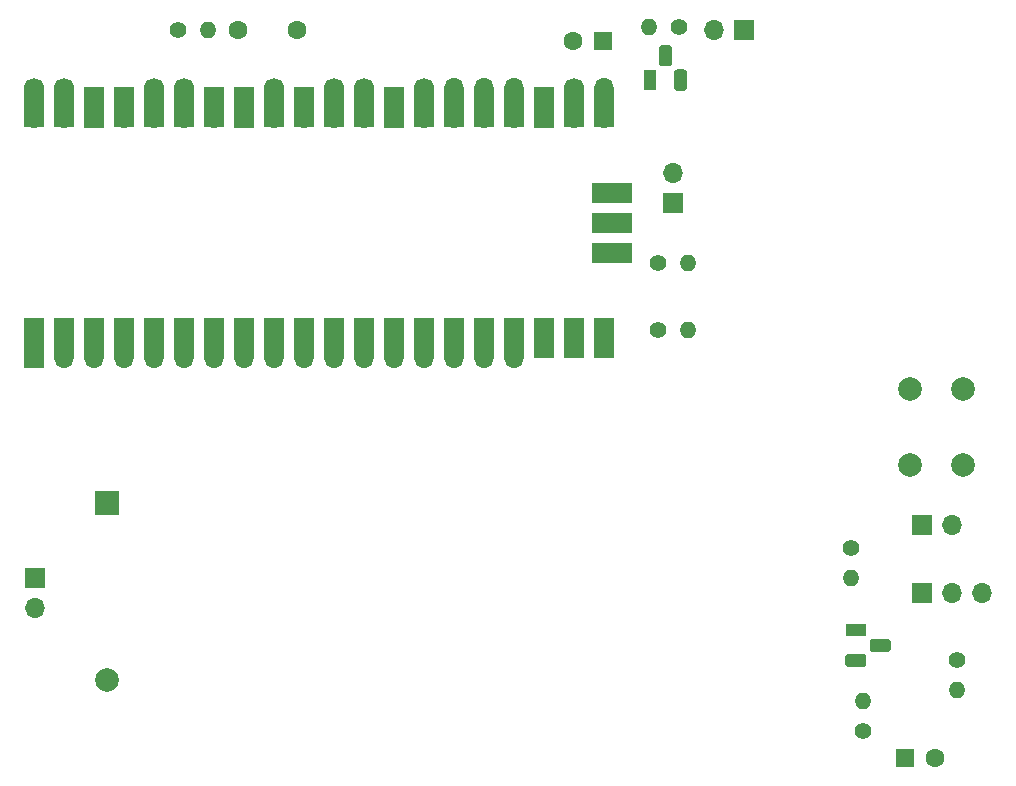
<source format=gbr>
G04 #@! TF.GenerationSoftware,KiCad,Pcbnew,5.1.5+dfsg1-2build2*
G04 #@! TF.CreationDate,2021-03-15T18:57:21-05:00*
G04 #@! TF.ProjectId,SINSONTE,53494e53-4f4e-4544-952e-6b696361645f,rev?*
G04 #@! TF.SameCoordinates,Original*
G04 #@! TF.FileFunction,Copper,L1,Top*
G04 #@! TF.FilePolarity,Positive*
%FSLAX46Y46*%
G04 Gerber Fmt 4.6, Leading zero omitted, Abs format (unit mm)*
G04 Created by KiCad (PCBNEW 5.1.5+dfsg1-2build2) date 2021-03-15 18:57:21*
%MOMM*%
%LPD*%
G04 APERTURE LIST*
%ADD10R,1.100000X1.800000*%
%ADD11C,0.100000*%
%ADD12R,1.800000X1.100000*%
%ADD13O,1.700000X1.700000*%
%ADD14C,1.700000*%
%ADD15R,1.700000X1.700000*%
%ADD16O,1.400000X1.400000*%
%ADD17C,1.400000*%
%ADD18C,1.600000*%
%ADD19R,1.600000X1.600000*%
%ADD20C,2.000000*%
%ADD21R,2.000000X2.000000*%
%ADD22R,3.500000X1.700000*%
%ADD23R,1.700000X3.500000*%
G04 APERTURE END LIST*
D10*
X106045000Y-56915000D03*
G04 #@! TA.AperFunction,ComponentPad*
D11*
G36*
X108886955Y-56016324D02*
G01*
X108913650Y-56020284D01*
X108939828Y-56026841D01*
X108965238Y-56035933D01*
X108989634Y-56047472D01*
X109012782Y-56061346D01*
X109034458Y-56077422D01*
X109054454Y-56095546D01*
X109072578Y-56115542D01*
X109088654Y-56137218D01*
X109102528Y-56160366D01*
X109114067Y-56184762D01*
X109123159Y-56210172D01*
X109129716Y-56236350D01*
X109133676Y-56263045D01*
X109135000Y-56290000D01*
X109135000Y-57540000D01*
X109133676Y-57566955D01*
X109129716Y-57593650D01*
X109123159Y-57619828D01*
X109114067Y-57645238D01*
X109102528Y-57669634D01*
X109088654Y-57692782D01*
X109072578Y-57714458D01*
X109054454Y-57734454D01*
X109034458Y-57752578D01*
X109012782Y-57768654D01*
X108989634Y-57782528D01*
X108965238Y-57794067D01*
X108939828Y-57803159D01*
X108913650Y-57809716D01*
X108886955Y-57813676D01*
X108860000Y-57815000D01*
X108310000Y-57815000D01*
X108283045Y-57813676D01*
X108256350Y-57809716D01*
X108230172Y-57803159D01*
X108204762Y-57794067D01*
X108180366Y-57782528D01*
X108157218Y-57768654D01*
X108135542Y-57752578D01*
X108115546Y-57734454D01*
X108097422Y-57714458D01*
X108081346Y-57692782D01*
X108067472Y-57669634D01*
X108055933Y-57645238D01*
X108046841Y-57619828D01*
X108040284Y-57593650D01*
X108036324Y-57566955D01*
X108035000Y-57540000D01*
X108035000Y-56290000D01*
X108036324Y-56263045D01*
X108040284Y-56236350D01*
X108046841Y-56210172D01*
X108055933Y-56184762D01*
X108067472Y-56160366D01*
X108081346Y-56137218D01*
X108097422Y-56115542D01*
X108115546Y-56095546D01*
X108135542Y-56077422D01*
X108157218Y-56061346D01*
X108180366Y-56047472D01*
X108204762Y-56035933D01*
X108230172Y-56026841D01*
X108256350Y-56020284D01*
X108283045Y-56016324D01*
X108310000Y-56015000D01*
X108860000Y-56015000D01*
X108886955Y-56016324D01*
G37*
G04 #@! TD.AperFunction*
G04 #@! TA.AperFunction,ComponentPad*
G36*
X107616955Y-53946324D02*
G01*
X107643650Y-53950284D01*
X107669828Y-53956841D01*
X107695238Y-53965933D01*
X107719634Y-53977472D01*
X107742782Y-53991346D01*
X107764458Y-54007422D01*
X107784454Y-54025546D01*
X107802578Y-54045542D01*
X107818654Y-54067218D01*
X107832528Y-54090366D01*
X107844067Y-54114762D01*
X107853159Y-54140172D01*
X107859716Y-54166350D01*
X107863676Y-54193045D01*
X107865000Y-54220000D01*
X107865000Y-55470000D01*
X107863676Y-55496955D01*
X107859716Y-55523650D01*
X107853159Y-55549828D01*
X107844067Y-55575238D01*
X107832528Y-55599634D01*
X107818654Y-55622782D01*
X107802578Y-55644458D01*
X107784454Y-55664454D01*
X107764458Y-55682578D01*
X107742782Y-55698654D01*
X107719634Y-55712528D01*
X107695238Y-55724067D01*
X107669828Y-55733159D01*
X107643650Y-55739716D01*
X107616955Y-55743676D01*
X107590000Y-55745000D01*
X107040000Y-55745000D01*
X107013045Y-55743676D01*
X106986350Y-55739716D01*
X106960172Y-55733159D01*
X106934762Y-55724067D01*
X106910366Y-55712528D01*
X106887218Y-55698654D01*
X106865542Y-55682578D01*
X106845546Y-55664454D01*
X106827422Y-55644458D01*
X106811346Y-55622782D01*
X106797472Y-55599634D01*
X106785933Y-55575238D01*
X106776841Y-55549828D01*
X106770284Y-55523650D01*
X106766324Y-55496955D01*
X106765000Y-55470000D01*
X106765000Y-54220000D01*
X106766324Y-54193045D01*
X106770284Y-54166350D01*
X106776841Y-54140172D01*
X106785933Y-54114762D01*
X106797472Y-54090366D01*
X106811346Y-54067218D01*
X106827422Y-54045542D01*
X106845546Y-54025546D01*
X106865542Y-54007422D01*
X106887218Y-53991346D01*
X106910366Y-53977472D01*
X106934762Y-53965933D01*
X106960172Y-53956841D01*
X106986350Y-53950284D01*
X107013045Y-53946324D01*
X107040000Y-53945000D01*
X107590000Y-53945000D01*
X107616955Y-53946324D01*
G37*
G04 #@! TD.AperFunction*
D12*
X123425000Y-103505000D03*
G04 #@! TA.AperFunction,ComponentPad*
D11*
G36*
X124076955Y-105496324D02*
G01*
X124103650Y-105500284D01*
X124129828Y-105506841D01*
X124155238Y-105515933D01*
X124179634Y-105527472D01*
X124202782Y-105541346D01*
X124224458Y-105557422D01*
X124244454Y-105575546D01*
X124262578Y-105595542D01*
X124278654Y-105617218D01*
X124292528Y-105640366D01*
X124304067Y-105664762D01*
X124313159Y-105690172D01*
X124319716Y-105716350D01*
X124323676Y-105743045D01*
X124325000Y-105770000D01*
X124325000Y-106320000D01*
X124323676Y-106346955D01*
X124319716Y-106373650D01*
X124313159Y-106399828D01*
X124304067Y-106425238D01*
X124292528Y-106449634D01*
X124278654Y-106472782D01*
X124262578Y-106494458D01*
X124244454Y-106514454D01*
X124224458Y-106532578D01*
X124202782Y-106548654D01*
X124179634Y-106562528D01*
X124155238Y-106574067D01*
X124129828Y-106583159D01*
X124103650Y-106589716D01*
X124076955Y-106593676D01*
X124050000Y-106595000D01*
X122800000Y-106595000D01*
X122773045Y-106593676D01*
X122746350Y-106589716D01*
X122720172Y-106583159D01*
X122694762Y-106574067D01*
X122670366Y-106562528D01*
X122647218Y-106548654D01*
X122625542Y-106532578D01*
X122605546Y-106514454D01*
X122587422Y-106494458D01*
X122571346Y-106472782D01*
X122557472Y-106449634D01*
X122545933Y-106425238D01*
X122536841Y-106399828D01*
X122530284Y-106373650D01*
X122526324Y-106346955D01*
X122525000Y-106320000D01*
X122525000Y-105770000D01*
X122526324Y-105743045D01*
X122530284Y-105716350D01*
X122536841Y-105690172D01*
X122545933Y-105664762D01*
X122557472Y-105640366D01*
X122571346Y-105617218D01*
X122587422Y-105595542D01*
X122605546Y-105575546D01*
X122625542Y-105557422D01*
X122647218Y-105541346D01*
X122670366Y-105527472D01*
X122694762Y-105515933D01*
X122720172Y-105506841D01*
X122746350Y-105500284D01*
X122773045Y-105496324D01*
X122800000Y-105495000D01*
X124050000Y-105495000D01*
X124076955Y-105496324D01*
G37*
G04 #@! TD.AperFunction*
G04 #@! TA.AperFunction,ComponentPad*
G36*
X126146955Y-104226324D02*
G01*
X126173650Y-104230284D01*
X126199828Y-104236841D01*
X126225238Y-104245933D01*
X126249634Y-104257472D01*
X126272782Y-104271346D01*
X126294458Y-104287422D01*
X126314454Y-104305546D01*
X126332578Y-104325542D01*
X126348654Y-104347218D01*
X126362528Y-104370366D01*
X126374067Y-104394762D01*
X126383159Y-104420172D01*
X126389716Y-104446350D01*
X126393676Y-104473045D01*
X126395000Y-104500000D01*
X126395000Y-105050000D01*
X126393676Y-105076955D01*
X126389716Y-105103650D01*
X126383159Y-105129828D01*
X126374067Y-105155238D01*
X126362528Y-105179634D01*
X126348654Y-105202782D01*
X126332578Y-105224458D01*
X126314454Y-105244454D01*
X126294458Y-105262578D01*
X126272782Y-105278654D01*
X126249634Y-105292528D01*
X126225238Y-105304067D01*
X126199828Y-105313159D01*
X126173650Y-105319716D01*
X126146955Y-105323676D01*
X126120000Y-105325000D01*
X124870000Y-105325000D01*
X124843045Y-105323676D01*
X124816350Y-105319716D01*
X124790172Y-105313159D01*
X124764762Y-105304067D01*
X124740366Y-105292528D01*
X124717218Y-105278654D01*
X124695542Y-105262578D01*
X124675546Y-105244454D01*
X124657422Y-105224458D01*
X124641346Y-105202782D01*
X124627472Y-105179634D01*
X124615933Y-105155238D01*
X124606841Y-105129828D01*
X124600284Y-105103650D01*
X124596324Y-105076955D01*
X124595000Y-105050000D01*
X124595000Y-104500000D01*
X124596324Y-104473045D01*
X124600284Y-104446350D01*
X124606841Y-104420172D01*
X124615933Y-104394762D01*
X124627472Y-104370366D01*
X124641346Y-104347218D01*
X124657422Y-104325542D01*
X124675546Y-104305546D01*
X124695542Y-104287422D01*
X124717218Y-104271346D01*
X124740366Y-104257472D01*
X124764762Y-104245933D01*
X124790172Y-104236841D01*
X124816350Y-104230284D01*
X124843045Y-104226324D01*
X124870000Y-104225000D01*
X126120000Y-104225000D01*
X126146955Y-104226324D01*
G37*
G04 #@! TD.AperFunction*
D13*
X102130000Y-57570000D03*
D14*
X99590000Y-57570000D03*
D13*
X134080000Y-100330000D03*
X131540000Y-100330000D03*
D15*
X129000000Y-100330000D03*
D14*
X53870000Y-57570000D03*
D13*
X94510000Y-57570000D03*
X91970000Y-57570000D03*
X89430000Y-57570000D03*
D14*
X86890000Y-57570000D03*
X81810000Y-57570000D03*
X66570000Y-57570000D03*
D16*
X132000000Y-108585000D03*
D17*
X132000000Y-106045000D03*
D14*
X79270000Y-57570000D03*
X74190000Y-57570000D03*
X64030000Y-57570000D03*
X56410000Y-57570000D03*
D13*
X94510000Y-80430000D03*
X91970000Y-80430000D03*
X89430000Y-80430000D03*
X86890000Y-80430000D03*
X84350000Y-80430000D03*
X81810000Y-80430000D03*
X79270000Y-80430000D03*
X76730000Y-80430000D03*
X74190000Y-80430000D03*
X71650000Y-80430000D03*
X69110000Y-80430000D03*
X66570000Y-80430000D03*
X64030000Y-80430000D03*
X61490000Y-80430000D03*
X58950000Y-80430000D03*
X56410000Y-80430000D03*
D15*
X53870000Y-80430000D03*
D16*
X68580000Y-52700000D03*
D17*
X66040000Y-52700000D03*
D18*
X76120000Y-52700000D03*
X71120000Y-52700000D03*
D16*
X109220000Y-78105000D03*
D17*
X106680000Y-78105000D03*
D16*
X109220000Y-72390000D03*
D17*
X106680000Y-72390000D03*
D13*
X107950000Y-64770000D03*
D15*
X107950000Y-67310000D03*
D16*
X105960000Y-52400000D03*
D17*
X108500000Y-52400000D03*
D13*
X111460000Y-52705000D03*
D15*
X114000000Y-52705000D03*
D18*
X99500000Y-53600000D03*
D19*
X102000000Y-53600000D03*
D20*
X128000000Y-83035000D03*
X132500000Y-83035000D03*
X128000000Y-89535000D03*
X132500000Y-89535000D03*
D13*
X131540000Y-94615000D03*
D15*
X129000000Y-94615000D03*
D16*
X123000000Y-99060000D03*
D17*
X123000000Y-96520000D03*
D16*
X124000000Y-109460000D03*
D17*
X124000000Y-112000000D03*
D18*
X130135000Y-114300000D03*
D19*
X127635000Y-114300000D03*
D13*
X53975000Y-101600000D03*
D15*
X53975000Y-99060000D03*
D20*
X60000000Y-107700000D03*
D21*
X60000000Y-92710000D03*
D13*
X101900000Y-66460000D03*
D22*
X102800000Y-66460000D03*
D15*
X101900000Y-69000000D03*
D22*
X102800000Y-69000000D03*
D13*
X101900000Y-71540000D03*
D22*
X102800000Y-71540000D03*
D23*
X102130000Y-59210000D03*
X99590000Y-59210000D03*
X97050000Y-59210000D03*
X94510000Y-59210000D03*
X91970000Y-59210000D03*
X89430000Y-59210000D03*
X86890000Y-59210000D03*
X84350000Y-59210000D03*
X81810000Y-59210000D03*
X79270000Y-59210000D03*
X76730000Y-59210000D03*
X74190000Y-59210000D03*
X71650000Y-59210000D03*
X69110000Y-59210000D03*
X66570000Y-59210000D03*
X64030000Y-59210000D03*
X61490000Y-59210000D03*
X58950000Y-59210000D03*
X56410000Y-59210000D03*
X53870000Y-59210000D03*
X102130000Y-78790000D03*
X99590000Y-78790000D03*
X97050000Y-78790000D03*
X94510000Y-78790000D03*
X91970000Y-78790000D03*
X89430000Y-78790000D03*
X86890000Y-78790000D03*
X84350000Y-78790000D03*
X81810000Y-78790000D03*
X79270000Y-78790000D03*
X76730000Y-78790000D03*
X74190000Y-78790000D03*
X71650000Y-78790000D03*
X69110000Y-78790000D03*
X66570000Y-78790000D03*
X64030000Y-78790000D03*
X61490000Y-78790000D03*
X58950000Y-78790000D03*
X56410000Y-78790000D03*
X53870000Y-78790000D03*
D13*
X53870000Y-60110000D03*
X56410000Y-60110000D03*
D15*
X58950000Y-60110000D03*
D13*
X61490000Y-60110000D03*
X64030000Y-60110000D03*
X66570000Y-60110000D03*
X69110000Y-60110000D03*
D15*
X71650000Y-60110000D03*
D13*
X74190000Y-60110000D03*
X76730000Y-60110000D03*
X79270000Y-60110000D03*
X81810000Y-60110000D03*
D15*
X84350000Y-60110000D03*
D13*
X86890000Y-60110000D03*
X89430000Y-60110000D03*
X91970000Y-60110000D03*
X94510000Y-60110000D03*
D15*
X97050000Y-60110000D03*
D13*
X99590000Y-60110000D03*
X102130000Y-60110000D03*
X102130000Y-77890000D03*
X99590000Y-77890000D03*
D15*
X97050000Y-77890000D03*
D13*
X94510000Y-77890000D03*
X91970000Y-77890000D03*
X89430000Y-77890000D03*
X86890000Y-77890000D03*
D15*
X84350000Y-77890000D03*
D13*
X81810000Y-77890000D03*
X79270000Y-77890000D03*
X76730000Y-77890000D03*
X74190000Y-77890000D03*
D15*
X71650000Y-77890000D03*
D13*
X69110000Y-77890000D03*
X66570000Y-77890000D03*
X64030000Y-77890000D03*
X61490000Y-77890000D03*
D15*
X58950000Y-77890000D03*
D13*
X56410000Y-77890000D03*
X53870000Y-77890000D03*
M02*

</source>
